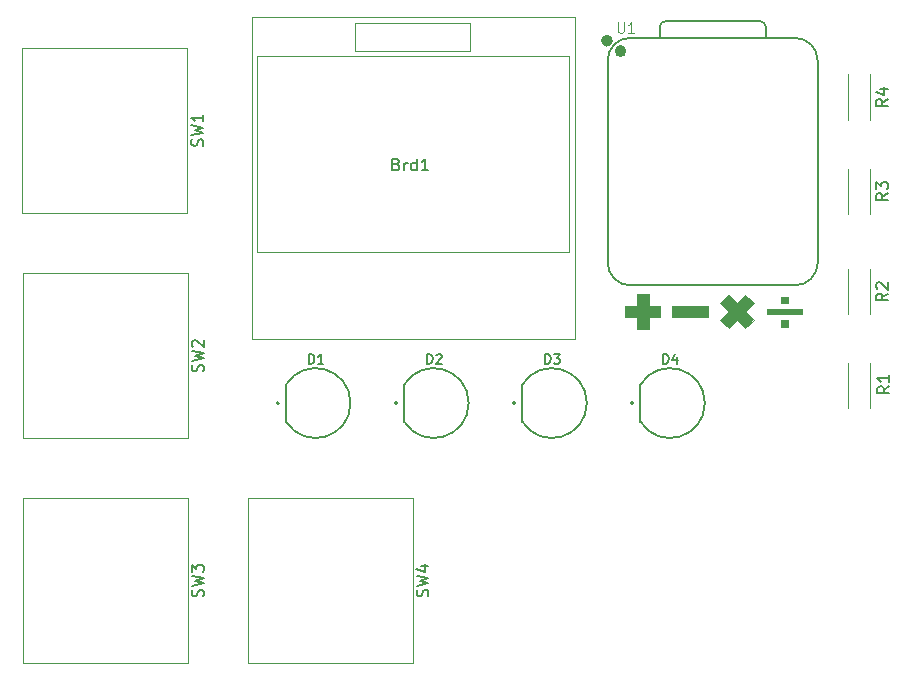
<source format=gbr>
%TF.GenerationSoftware,KiCad,Pcbnew,9.0.3*%
%TF.CreationDate,2025-07-31T16:39:17+03:00*%
%TF.ProjectId,BinaryCounter,42696e61-7279-4436-9f75-6e7465722e6b,V0.1*%
%TF.SameCoordinates,Original*%
%TF.FileFunction,Legend,Top*%
%TF.FilePolarity,Positive*%
%FSLAX46Y46*%
G04 Gerber Fmt 4.6, Leading zero omitted, Abs format (unit mm)*
G04 Created by KiCad (PCBNEW 9.0.3) date 2025-07-31 16:39:17*
%MOMM*%
%LPD*%
G01*
G04 APERTURE LIST*
%ADD10C,0.100000*%
%ADD11C,0.101600*%
%ADD12C,0.150000*%
%ADD13C,0.127000*%
%ADD14C,0.504000*%
%ADD15C,0.200000*%
%ADD16C,0.120000*%
G04 APERTURE END LIST*
D10*
X130432641Y-64742641D02*
X133432641Y-64742641D01*
X133432641Y-65241551D01*
X130432641Y-65241551D01*
X130432641Y-64742641D01*
G36*
X130432641Y-64742641D02*
G01*
X133432641Y-64742641D01*
X133432641Y-65241551D01*
X130432641Y-65241551D01*
X130432641Y-64742641D01*
G37*
X131632947Y-65716696D02*
X132235796Y-65716696D01*
X132235796Y-66272689D01*
X131632947Y-66272689D01*
X131632947Y-65716696D01*
G36*
X131632947Y-65716696D02*
G01*
X132235796Y-65716696D01*
X132235796Y-66272689D01*
X131632947Y-66272689D01*
X131632947Y-65716696D01*
G37*
X131620018Y-63739954D02*
X132222867Y-63739954D01*
X132222867Y-64295947D01*
X131620018Y-64295947D01*
X131620018Y-63739954D01*
G36*
X131620018Y-63739954D02*
G01*
X132222867Y-63739954D01*
X132222867Y-64295947D01*
X131620018Y-64295947D01*
X131620018Y-63739954D01*
G37*
X129346855Y-64287826D02*
X127225534Y-66409147D01*
X126518427Y-65702040D01*
X128639748Y-63580719D01*
X129346855Y-64287826D01*
G36*
X129346855Y-64287826D02*
G01*
X127225534Y-66409147D01*
X126518427Y-65702040D01*
X128639748Y-63580719D01*
X129346855Y-64287826D01*
G37*
X129346855Y-65702040D02*
X128639748Y-66409147D01*
X126518427Y-64287826D01*
X127225534Y-63580719D01*
X129346855Y-65702040D01*
G36*
X129346855Y-65702040D02*
G01*
X128639748Y-66409147D01*
X126518427Y-64287826D01*
X127225534Y-63580719D01*
X129346855Y-65702040D01*
G37*
X119432641Y-63494933D02*
X120432641Y-63494933D01*
X120432641Y-66494933D01*
X119432641Y-66494933D01*
X119432641Y-63494933D01*
G36*
X119432641Y-63494933D02*
G01*
X120432641Y-63494933D01*
X120432641Y-66494933D01*
X119432641Y-66494933D01*
X119432641Y-63494933D01*
G37*
X118432641Y-64494933D02*
X121432641Y-64494933D01*
X121432641Y-65494933D01*
X118432641Y-65494933D01*
X118432641Y-64494933D01*
G36*
X118432641Y-64494933D02*
G01*
X121432641Y-64494933D01*
X121432641Y-65494933D01*
X118432641Y-65494933D01*
X118432641Y-64494933D01*
G37*
X122432641Y-64494933D02*
X125432641Y-64494933D01*
X125432641Y-65494933D01*
X122432641Y-65494933D01*
X122432641Y-64494933D01*
G36*
X122432641Y-64494933D02*
G01*
X125432641Y-64494933D01*
X125432641Y-65494933D01*
X122432641Y-65494933D01*
X122432641Y-64494933D01*
G37*
D11*
X117814285Y-40511073D02*
X117814285Y-41239644D01*
X117814285Y-41239644D02*
X117857142Y-41325358D01*
X117857142Y-41325358D02*
X117900000Y-41368216D01*
X117900000Y-41368216D02*
X117985714Y-41411073D01*
X117985714Y-41411073D02*
X118157142Y-41411073D01*
X118157142Y-41411073D02*
X118242857Y-41368216D01*
X118242857Y-41368216D02*
X118285714Y-41325358D01*
X118285714Y-41325358D02*
X118328571Y-41239644D01*
X118328571Y-41239644D02*
X118328571Y-40511073D01*
X119228571Y-41411073D02*
X118714285Y-41411073D01*
X118971428Y-41411073D02*
X118971428Y-40511073D01*
X118971428Y-40511073D02*
X118885714Y-40639644D01*
X118885714Y-40639644D02*
X118799999Y-40725358D01*
X118799999Y-40725358D02*
X118714285Y-40768216D01*
D12*
X121692165Y-69396936D02*
X121692165Y-68596936D01*
X121692165Y-68596936D02*
X121882641Y-68596936D01*
X121882641Y-68596936D02*
X121996927Y-68635031D01*
X121996927Y-68635031D02*
X122073117Y-68711221D01*
X122073117Y-68711221D02*
X122111212Y-68787412D01*
X122111212Y-68787412D02*
X122149308Y-68939793D01*
X122149308Y-68939793D02*
X122149308Y-69054079D01*
X122149308Y-69054079D02*
X122111212Y-69206460D01*
X122111212Y-69206460D02*
X122073117Y-69282650D01*
X122073117Y-69282650D02*
X121996927Y-69358841D01*
X121996927Y-69358841D02*
X121882641Y-69396936D01*
X121882641Y-69396936D02*
X121692165Y-69396936D01*
X122835022Y-68863602D02*
X122835022Y-69396936D01*
X122644546Y-68558841D02*
X122454069Y-69130269D01*
X122454069Y-69130269D02*
X122949308Y-69130269D01*
X111692165Y-69396936D02*
X111692165Y-68596936D01*
X111692165Y-68596936D02*
X111882641Y-68596936D01*
X111882641Y-68596936D02*
X111996927Y-68635031D01*
X111996927Y-68635031D02*
X112073117Y-68711221D01*
X112073117Y-68711221D02*
X112111212Y-68787412D01*
X112111212Y-68787412D02*
X112149308Y-68939793D01*
X112149308Y-68939793D02*
X112149308Y-69054079D01*
X112149308Y-69054079D02*
X112111212Y-69206460D01*
X112111212Y-69206460D02*
X112073117Y-69282650D01*
X112073117Y-69282650D02*
X111996927Y-69358841D01*
X111996927Y-69358841D02*
X111882641Y-69396936D01*
X111882641Y-69396936D02*
X111692165Y-69396936D01*
X112415974Y-68596936D02*
X112911212Y-68596936D01*
X112911212Y-68596936D02*
X112644546Y-68901698D01*
X112644546Y-68901698D02*
X112758831Y-68901698D01*
X112758831Y-68901698D02*
X112835022Y-68939793D01*
X112835022Y-68939793D02*
X112873117Y-68977888D01*
X112873117Y-68977888D02*
X112911212Y-69054079D01*
X112911212Y-69054079D02*
X112911212Y-69244555D01*
X112911212Y-69244555D02*
X112873117Y-69320745D01*
X112873117Y-69320745D02*
X112835022Y-69358841D01*
X112835022Y-69358841D02*
X112758831Y-69396936D01*
X112758831Y-69396936D02*
X112530260Y-69396936D01*
X112530260Y-69396936D02*
X112454069Y-69358841D01*
X112454069Y-69358841D02*
X112415974Y-69320745D01*
X101692165Y-69396936D02*
X101692165Y-68596936D01*
X101692165Y-68596936D02*
X101882641Y-68596936D01*
X101882641Y-68596936D02*
X101996927Y-68635031D01*
X101996927Y-68635031D02*
X102073117Y-68711221D01*
X102073117Y-68711221D02*
X102111212Y-68787412D01*
X102111212Y-68787412D02*
X102149308Y-68939793D01*
X102149308Y-68939793D02*
X102149308Y-69054079D01*
X102149308Y-69054079D02*
X102111212Y-69206460D01*
X102111212Y-69206460D02*
X102073117Y-69282650D01*
X102073117Y-69282650D02*
X101996927Y-69358841D01*
X101996927Y-69358841D02*
X101882641Y-69396936D01*
X101882641Y-69396936D02*
X101692165Y-69396936D01*
X102454069Y-68673126D02*
X102492165Y-68635031D01*
X102492165Y-68635031D02*
X102568355Y-68596936D01*
X102568355Y-68596936D02*
X102758831Y-68596936D01*
X102758831Y-68596936D02*
X102835022Y-68635031D01*
X102835022Y-68635031D02*
X102873117Y-68673126D01*
X102873117Y-68673126D02*
X102911212Y-68749317D01*
X102911212Y-68749317D02*
X102911212Y-68825507D01*
X102911212Y-68825507D02*
X102873117Y-68939793D01*
X102873117Y-68939793D02*
X102415974Y-69396936D01*
X102415974Y-69396936D02*
X102911212Y-69396936D01*
X91692165Y-69396936D02*
X91692165Y-68596936D01*
X91692165Y-68596936D02*
X91882641Y-68596936D01*
X91882641Y-68596936D02*
X91996927Y-68635031D01*
X91996927Y-68635031D02*
X92073117Y-68711221D01*
X92073117Y-68711221D02*
X92111212Y-68787412D01*
X92111212Y-68787412D02*
X92149308Y-68939793D01*
X92149308Y-68939793D02*
X92149308Y-69054079D01*
X92149308Y-69054079D02*
X92111212Y-69206460D01*
X92111212Y-69206460D02*
X92073117Y-69282650D01*
X92073117Y-69282650D02*
X91996927Y-69358841D01*
X91996927Y-69358841D02*
X91882641Y-69396936D01*
X91882641Y-69396936D02*
X91692165Y-69396936D01*
X92911212Y-69396936D02*
X92454069Y-69396936D01*
X92682641Y-69396936D02*
X92682641Y-68596936D01*
X92682641Y-68596936D02*
X92606450Y-68711221D01*
X92606450Y-68711221D02*
X92530260Y-68787412D01*
X92530260Y-68787412D02*
X92454069Y-68825507D01*
X99075974Y-52527650D02*
X99218831Y-52575269D01*
X99218831Y-52575269D02*
X99266450Y-52622888D01*
X99266450Y-52622888D02*
X99314069Y-52718126D01*
X99314069Y-52718126D02*
X99314069Y-52860983D01*
X99314069Y-52860983D02*
X99266450Y-52956221D01*
X99266450Y-52956221D02*
X99218831Y-53003841D01*
X99218831Y-53003841D02*
X99123593Y-53051460D01*
X99123593Y-53051460D02*
X98742641Y-53051460D01*
X98742641Y-53051460D02*
X98742641Y-52051460D01*
X98742641Y-52051460D02*
X99075974Y-52051460D01*
X99075974Y-52051460D02*
X99171212Y-52099079D01*
X99171212Y-52099079D02*
X99218831Y-52146698D01*
X99218831Y-52146698D02*
X99266450Y-52241936D01*
X99266450Y-52241936D02*
X99266450Y-52337174D01*
X99266450Y-52337174D02*
X99218831Y-52432412D01*
X99218831Y-52432412D02*
X99171212Y-52480031D01*
X99171212Y-52480031D02*
X99075974Y-52527650D01*
X99075974Y-52527650D02*
X98742641Y-52527650D01*
X99742641Y-53051460D02*
X99742641Y-52384793D01*
X99742641Y-52575269D02*
X99790260Y-52480031D01*
X99790260Y-52480031D02*
X99837879Y-52432412D01*
X99837879Y-52432412D02*
X99933117Y-52384793D01*
X99933117Y-52384793D02*
X100028355Y-52384793D01*
X100790260Y-53051460D02*
X100790260Y-52051460D01*
X100790260Y-53003841D02*
X100695022Y-53051460D01*
X100695022Y-53051460D02*
X100504546Y-53051460D01*
X100504546Y-53051460D02*
X100409308Y-53003841D01*
X100409308Y-53003841D02*
X100361689Y-52956221D01*
X100361689Y-52956221D02*
X100314070Y-52860983D01*
X100314070Y-52860983D02*
X100314070Y-52575269D01*
X100314070Y-52575269D02*
X100361689Y-52480031D01*
X100361689Y-52480031D02*
X100409308Y-52432412D01*
X100409308Y-52432412D02*
X100504546Y-52384793D01*
X100504546Y-52384793D02*
X100695022Y-52384793D01*
X100695022Y-52384793D02*
X100790260Y-52432412D01*
X101790260Y-53051460D02*
X101218832Y-53051460D01*
X101504546Y-53051460D02*
X101504546Y-52051460D01*
X101504546Y-52051460D02*
X101409308Y-52194317D01*
X101409308Y-52194317D02*
X101314070Y-52289555D01*
X101314070Y-52289555D02*
X101218832Y-52337174D01*
X140814301Y-71324250D02*
X140338110Y-71657583D01*
X140814301Y-71895678D02*
X139814301Y-71895678D01*
X139814301Y-71895678D02*
X139814301Y-71514726D01*
X139814301Y-71514726D02*
X139861920Y-71419488D01*
X139861920Y-71419488D02*
X139909539Y-71371869D01*
X139909539Y-71371869D02*
X140004777Y-71324250D01*
X140004777Y-71324250D02*
X140147634Y-71324250D01*
X140147634Y-71324250D02*
X140242872Y-71371869D01*
X140242872Y-71371869D02*
X140290491Y-71419488D01*
X140290491Y-71419488D02*
X140338110Y-71514726D01*
X140338110Y-71514726D02*
X140338110Y-71895678D01*
X140814301Y-70371869D02*
X140814301Y-70943297D01*
X140814301Y-70657583D02*
X139814301Y-70657583D01*
X139814301Y-70657583D02*
X139957158Y-70752821D01*
X139957158Y-70752821D02*
X140052396Y-70848059D01*
X140052396Y-70848059D02*
X140100015Y-70943297D01*
X82717833Y-70068914D02*
X82765452Y-69926057D01*
X82765452Y-69926057D02*
X82765452Y-69687962D01*
X82765452Y-69687962D02*
X82717833Y-69592724D01*
X82717833Y-69592724D02*
X82670213Y-69545105D01*
X82670213Y-69545105D02*
X82574975Y-69497486D01*
X82574975Y-69497486D02*
X82479737Y-69497486D01*
X82479737Y-69497486D02*
X82384499Y-69545105D01*
X82384499Y-69545105D02*
X82336880Y-69592724D01*
X82336880Y-69592724D02*
X82289261Y-69687962D01*
X82289261Y-69687962D02*
X82241642Y-69878438D01*
X82241642Y-69878438D02*
X82194023Y-69973676D01*
X82194023Y-69973676D02*
X82146404Y-70021295D01*
X82146404Y-70021295D02*
X82051166Y-70068914D01*
X82051166Y-70068914D02*
X81955928Y-70068914D01*
X81955928Y-70068914D02*
X81860690Y-70021295D01*
X81860690Y-70021295D02*
X81813071Y-69973676D01*
X81813071Y-69973676D02*
X81765452Y-69878438D01*
X81765452Y-69878438D02*
X81765452Y-69640343D01*
X81765452Y-69640343D02*
X81813071Y-69497486D01*
X81765452Y-69164152D02*
X82765452Y-68926057D01*
X82765452Y-68926057D02*
X82051166Y-68735581D01*
X82051166Y-68735581D02*
X82765452Y-68545105D01*
X82765452Y-68545105D02*
X81765452Y-68307010D01*
X81860690Y-67973676D02*
X81813071Y-67926057D01*
X81813071Y-67926057D02*
X81765452Y-67830819D01*
X81765452Y-67830819D02*
X81765452Y-67592724D01*
X81765452Y-67592724D02*
X81813071Y-67497486D01*
X81813071Y-67497486D02*
X81860690Y-67449867D01*
X81860690Y-67449867D02*
X81955928Y-67402248D01*
X81955928Y-67402248D02*
X82051166Y-67402248D01*
X82051166Y-67402248D02*
X82194023Y-67449867D01*
X82194023Y-67449867D02*
X82765452Y-68021295D01*
X82765452Y-68021295D02*
X82765452Y-67402248D01*
X140697460Y-54989307D02*
X140221269Y-55322640D01*
X140697460Y-55560735D02*
X139697460Y-55560735D01*
X139697460Y-55560735D02*
X139697460Y-55179783D01*
X139697460Y-55179783D02*
X139745079Y-55084545D01*
X139745079Y-55084545D02*
X139792698Y-55036926D01*
X139792698Y-55036926D02*
X139887936Y-54989307D01*
X139887936Y-54989307D02*
X140030793Y-54989307D01*
X140030793Y-54989307D02*
X140126031Y-55036926D01*
X140126031Y-55036926D02*
X140173650Y-55084545D01*
X140173650Y-55084545D02*
X140221269Y-55179783D01*
X140221269Y-55179783D02*
X140221269Y-55560735D01*
X139697460Y-54655973D02*
X139697460Y-54036926D01*
X139697460Y-54036926D02*
X140078412Y-54370259D01*
X140078412Y-54370259D02*
X140078412Y-54227402D01*
X140078412Y-54227402D02*
X140126031Y-54132164D01*
X140126031Y-54132164D02*
X140173650Y-54084545D01*
X140173650Y-54084545D02*
X140268888Y-54036926D01*
X140268888Y-54036926D02*
X140506983Y-54036926D01*
X140506983Y-54036926D02*
X140602221Y-54084545D01*
X140602221Y-54084545D02*
X140649841Y-54132164D01*
X140649841Y-54132164D02*
X140697460Y-54227402D01*
X140697460Y-54227402D02*
X140697460Y-54513116D01*
X140697460Y-54513116D02*
X140649841Y-54608354D01*
X140649841Y-54608354D02*
X140602221Y-54655973D01*
X140697460Y-47008527D02*
X140221269Y-47341860D01*
X140697460Y-47579955D02*
X139697460Y-47579955D01*
X139697460Y-47579955D02*
X139697460Y-47199003D01*
X139697460Y-47199003D02*
X139745079Y-47103765D01*
X139745079Y-47103765D02*
X139792698Y-47056146D01*
X139792698Y-47056146D02*
X139887936Y-47008527D01*
X139887936Y-47008527D02*
X140030793Y-47008527D01*
X140030793Y-47008527D02*
X140126031Y-47056146D01*
X140126031Y-47056146D02*
X140173650Y-47103765D01*
X140173650Y-47103765D02*
X140221269Y-47199003D01*
X140221269Y-47199003D02*
X140221269Y-47579955D01*
X140030793Y-46151384D02*
X140697460Y-46151384D01*
X139649841Y-46389479D02*
X140364126Y-46627574D01*
X140364126Y-46627574D02*
X140364126Y-46008527D01*
X101753110Y-89107041D02*
X101800729Y-88964184D01*
X101800729Y-88964184D02*
X101800729Y-88726089D01*
X101800729Y-88726089D02*
X101753110Y-88630851D01*
X101753110Y-88630851D02*
X101705490Y-88583232D01*
X101705490Y-88583232D02*
X101610252Y-88535613D01*
X101610252Y-88535613D02*
X101515014Y-88535613D01*
X101515014Y-88535613D02*
X101419776Y-88583232D01*
X101419776Y-88583232D02*
X101372157Y-88630851D01*
X101372157Y-88630851D02*
X101324538Y-88726089D01*
X101324538Y-88726089D02*
X101276919Y-88916565D01*
X101276919Y-88916565D02*
X101229300Y-89011803D01*
X101229300Y-89011803D02*
X101181681Y-89059422D01*
X101181681Y-89059422D02*
X101086443Y-89107041D01*
X101086443Y-89107041D02*
X100991205Y-89107041D01*
X100991205Y-89107041D02*
X100895967Y-89059422D01*
X100895967Y-89059422D02*
X100848348Y-89011803D01*
X100848348Y-89011803D02*
X100800729Y-88916565D01*
X100800729Y-88916565D02*
X100800729Y-88678470D01*
X100800729Y-88678470D02*
X100848348Y-88535613D01*
X100800729Y-88202279D02*
X101800729Y-87964184D01*
X101800729Y-87964184D02*
X101086443Y-87773708D01*
X101086443Y-87773708D02*
X101800729Y-87583232D01*
X101800729Y-87583232D02*
X100800729Y-87345137D01*
X101134062Y-86535613D02*
X101800729Y-86535613D01*
X100753110Y-86773708D02*
X101467395Y-87011803D01*
X101467395Y-87011803D02*
X101467395Y-86392756D01*
X140697460Y-63468527D02*
X140221269Y-63801860D01*
X140697460Y-64039955D02*
X139697460Y-64039955D01*
X139697460Y-64039955D02*
X139697460Y-63659003D01*
X139697460Y-63659003D02*
X139745079Y-63563765D01*
X139745079Y-63563765D02*
X139792698Y-63516146D01*
X139792698Y-63516146D02*
X139887936Y-63468527D01*
X139887936Y-63468527D02*
X140030793Y-63468527D01*
X140030793Y-63468527D02*
X140126031Y-63516146D01*
X140126031Y-63516146D02*
X140173650Y-63563765D01*
X140173650Y-63563765D02*
X140221269Y-63659003D01*
X140221269Y-63659003D02*
X140221269Y-64039955D01*
X139792698Y-63087574D02*
X139745079Y-63039955D01*
X139745079Y-63039955D02*
X139697460Y-62944717D01*
X139697460Y-62944717D02*
X139697460Y-62706622D01*
X139697460Y-62706622D02*
X139745079Y-62611384D01*
X139745079Y-62611384D02*
X139792698Y-62563765D01*
X139792698Y-62563765D02*
X139887936Y-62516146D01*
X139887936Y-62516146D02*
X139983174Y-62516146D01*
X139983174Y-62516146D02*
X140126031Y-62563765D01*
X140126031Y-62563765D02*
X140697460Y-63135193D01*
X140697460Y-63135193D02*
X140697460Y-62516146D01*
X82689008Y-50979943D02*
X82736627Y-50837086D01*
X82736627Y-50837086D02*
X82736627Y-50598991D01*
X82736627Y-50598991D02*
X82689008Y-50503753D01*
X82689008Y-50503753D02*
X82641388Y-50456134D01*
X82641388Y-50456134D02*
X82546150Y-50408515D01*
X82546150Y-50408515D02*
X82450912Y-50408515D01*
X82450912Y-50408515D02*
X82355674Y-50456134D01*
X82355674Y-50456134D02*
X82308055Y-50503753D01*
X82308055Y-50503753D02*
X82260436Y-50598991D01*
X82260436Y-50598991D02*
X82212817Y-50789467D01*
X82212817Y-50789467D02*
X82165198Y-50884705D01*
X82165198Y-50884705D02*
X82117579Y-50932324D01*
X82117579Y-50932324D02*
X82022341Y-50979943D01*
X82022341Y-50979943D02*
X81927103Y-50979943D01*
X81927103Y-50979943D02*
X81831865Y-50932324D01*
X81831865Y-50932324D02*
X81784246Y-50884705D01*
X81784246Y-50884705D02*
X81736627Y-50789467D01*
X81736627Y-50789467D02*
X81736627Y-50551372D01*
X81736627Y-50551372D02*
X81784246Y-50408515D01*
X81736627Y-50075181D02*
X82736627Y-49837086D01*
X82736627Y-49837086D02*
X82022341Y-49646610D01*
X82022341Y-49646610D02*
X82736627Y-49456134D01*
X82736627Y-49456134D02*
X81736627Y-49218039D01*
X82736627Y-48313277D02*
X82736627Y-48884705D01*
X82736627Y-48598991D02*
X81736627Y-48598991D01*
X81736627Y-48598991D02*
X81879484Y-48694229D01*
X81879484Y-48694229D02*
X81974722Y-48789467D01*
X81974722Y-48789467D02*
X82022341Y-48884705D01*
X82719972Y-89107041D02*
X82767591Y-88964184D01*
X82767591Y-88964184D02*
X82767591Y-88726089D01*
X82767591Y-88726089D02*
X82719972Y-88630851D01*
X82719972Y-88630851D02*
X82672352Y-88583232D01*
X82672352Y-88583232D02*
X82577114Y-88535613D01*
X82577114Y-88535613D02*
X82481876Y-88535613D01*
X82481876Y-88535613D02*
X82386638Y-88583232D01*
X82386638Y-88583232D02*
X82339019Y-88630851D01*
X82339019Y-88630851D02*
X82291400Y-88726089D01*
X82291400Y-88726089D02*
X82243781Y-88916565D01*
X82243781Y-88916565D02*
X82196162Y-89011803D01*
X82196162Y-89011803D02*
X82148543Y-89059422D01*
X82148543Y-89059422D02*
X82053305Y-89107041D01*
X82053305Y-89107041D02*
X81958067Y-89107041D01*
X81958067Y-89107041D02*
X81862829Y-89059422D01*
X81862829Y-89059422D02*
X81815210Y-89011803D01*
X81815210Y-89011803D02*
X81767591Y-88916565D01*
X81767591Y-88916565D02*
X81767591Y-88678470D01*
X81767591Y-88678470D02*
X81815210Y-88535613D01*
X81767591Y-88202279D02*
X82767591Y-87964184D01*
X82767591Y-87964184D02*
X82053305Y-87773708D01*
X82053305Y-87773708D02*
X82767591Y-87583232D01*
X82767591Y-87583232D02*
X81767591Y-87345137D01*
X81767591Y-87059422D02*
X81767591Y-86440375D01*
X81767591Y-86440375D02*
X82148543Y-86773708D01*
X82148543Y-86773708D02*
X82148543Y-86630851D01*
X82148543Y-86630851D02*
X82196162Y-86535613D01*
X82196162Y-86535613D02*
X82243781Y-86487994D01*
X82243781Y-86487994D02*
X82339019Y-86440375D01*
X82339019Y-86440375D02*
X82577114Y-86440375D01*
X82577114Y-86440375D02*
X82672352Y-86487994D01*
X82672352Y-86487994D02*
X82719972Y-86535613D01*
X82719972Y-86535613D02*
X82767591Y-86630851D01*
X82767591Y-86630851D02*
X82767591Y-86916565D01*
X82767591Y-86916565D02*
X82719972Y-87011803D01*
X82719972Y-87011803D02*
X82672352Y-87059422D01*
D13*
%TO.C,U1*%
X116972641Y-60871641D02*
X116972641Y-43726641D01*
X118877641Y-62776641D02*
X132847641Y-62776641D01*
X121367641Y-41821641D02*
X121371369Y-40911369D01*
X121871369Y-40411641D02*
X129866641Y-40411641D01*
X130366641Y-40911641D02*
X130366641Y-41821641D01*
D10*
X132847641Y-41821641D02*
X118877641Y-41821641D01*
D13*
X132847641Y-41821641D02*
X118877641Y-41821641D01*
X134752641Y-60871641D02*
X134752641Y-43726641D01*
X116972641Y-43726641D02*
G75*
G02*
X118877641Y-41821641I1905001J-1D01*
G01*
X118877641Y-62776641D02*
G75*
G02*
X116972641Y-60871641I1J1905001D01*
G01*
X121371369Y-40911369D02*
G75*
G02*
X121871369Y-40411642I500018J-291D01*
G01*
X129866641Y-40411641D02*
G75*
G02*
X130366641Y-40911641I0J-500000D01*
G01*
X132847641Y-41821641D02*
G75*
G02*
X134752641Y-43726641I0J-1905000D01*
G01*
X134752641Y-60871641D02*
G75*
G02*
X132847641Y-62776641I-1905000J0D01*
G01*
D14*
X117164641Y-42062641D02*
G75*
G02*
X116660641Y-42062641I-252000J0D01*
G01*
X116660641Y-42062641D02*
G75*
G02*
X117164641Y-42062641I252000J0D01*
G01*
X118307641Y-42942641D02*
G75*
G02*
X117803641Y-42942641I-252000J0D01*
G01*
X117803641Y-42942641D02*
G75*
G02*
X118307641Y-42942641I252000J0D01*
G01*
D15*
%TO.C,D4*%
X119142641Y-72742641D02*
G75*
G02*
X118942641Y-72742641I-100000J0D01*
G01*
X118942641Y-72742641D02*
G75*
G02*
X119142641Y-72742641I100000J0D01*
G01*
D13*
X119742641Y-71176641D02*
X119742641Y-74308641D01*
X119742641Y-71176641D02*
G75*
G02*
X119742641Y-74308641I2506124J-1566000D01*
G01*
D15*
%TO.C,D3*%
X109142641Y-72742641D02*
G75*
G02*
X108942641Y-72742641I-100000J0D01*
G01*
X108942641Y-72742641D02*
G75*
G02*
X109142641Y-72742641I100000J0D01*
G01*
D13*
X109742641Y-71176641D02*
X109742641Y-74308641D01*
X109742641Y-71176641D02*
G75*
G02*
X109742641Y-74308641I2506124J-1566000D01*
G01*
D15*
%TO.C,D2*%
X99142641Y-72742641D02*
G75*
G02*
X98942641Y-72742641I-100000J0D01*
G01*
X98942641Y-72742641D02*
G75*
G02*
X99142641Y-72742641I100000J0D01*
G01*
D13*
X99742641Y-71176641D02*
X99742641Y-74308641D01*
X99742641Y-71176641D02*
G75*
G02*
X99742641Y-74308641I2506124J-1566000D01*
G01*
D15*
%TO.C,D1*%
X89142641Y-72742641D02*
G75*
G02*
X88942641Y-72742641I-100000J0D01*
G01*
X88942641Y-72742641D02*
G75*
G02*
X89142641Y-72742641I100000J0D01*
G01*
D13*
X89742641Y-71176641D02*
X89742641Y-74308641D01*
X89742641Y-71176641D02*
G75*
G02*
X89742641Y-74308641I2506124J-1566000D01*
G01*
D16*
%TO.C,Brd1*%
X113704641Y-43325641D02*
X113450641Y-43337641D01*
X113704641Y-59962641D02*
X113704641Y-43325641D01*
X110364641Y-59937641D02*
X113704641Y-59962641D01*
X110364641Y-43337641D02*
X113450641Y-43337641D01*
X95543641Y-40531641D02*
X95543641Y-42944641D01*
X105322641Y-42944641D02*
X95543641Y-42944641D01*
X105322641Y-40531641D02*
X105322641Y-42944641D01*
X95543641Y-40531641D02*
X105322641Y-40531641D01*
X87264641Y-43337641D02*
X110364641Y-43337641D01*
X87264641Y-59937641D02*
X87264641Y-43337641D01*
X110364641Y-59937641D02*
X87264641Y-59937641D01*
X86842641Y-67342641D02*
X86842641Y-40042641D01*
X114242641Y-67342641D02*
X86842641Y-67342641D01*
X114242641Y-40042641D02*
X114242641Y-67342641D01*
X86842641Y-40042641D02*
X114242641Y-40042641D01*
%TO.C,R1*%
X137322641Y-73202641D02*
X137322641Y-69362641D01*
X139162641Y-73202641D02*
X139162641Y-69362641D01*
%TO.C,SW2*%
X67451633Y-61750582D02*
X81421633Y-61750582D01*
X67451633Y-75720582D02*
X67451633Y-61750582D01*
X81421633Y-61750582D02*
X81421633Y-75720582D01*
X81421633Y-75720582D02*
X67451633Y-75720582D01*
%TO.C,R3*%
X137322641Y-56742641D02*
X137322641Y-52902641D01*
X139162641Y-56742641D02*
X139162641Y-52902641D01*
%TO.C,R4*%
X137322641Y-48761861D02*
X137322641Y-44921861D01*
X139162641Y-48761861D02*
X139162641Y-44921861D01*
%TO.C,SW4*%
X86486910Y-80788709D02*
X100456910Y-80788709D01*
X86486910Y-94758709D02*
X86486910Y-80788709D01*
X100456910Y-80788709D02*
X100456910Y-94758709D01*
X100456910Y-94758709D02*
X86486910Y-94758709D01*
%TO.C,R2*%
X137322641Y-65221861D02*
X137322641Y-61381861D01*
X139162641Y-65221861D02*
X139162641Y-61381861D01*
%TO.C,SW1*%
X67422808Y-42661611D02*
X81392808Y-42661611D01*
X67422808Y-56631611D02*
X67422808Y-42661611D01*
X81392808Y-42661611D02*
X81392808Y-56631611D01*
X81392808Y-56631611D02*
X67422808Y-56631611D01*
%TO.C,SW3*%
X67453772Y-80788709D02*
X81423772Y-80788709D01*
X67453772Y-94758709D02*
X67453772Y-80788709D01*
X81423772Y-80788709D02*
X81423772Y-94758709D01*
X81423772Y-94758709D02*
X67453772Y-94758709D01*
%TD*%
M02*

</source>
